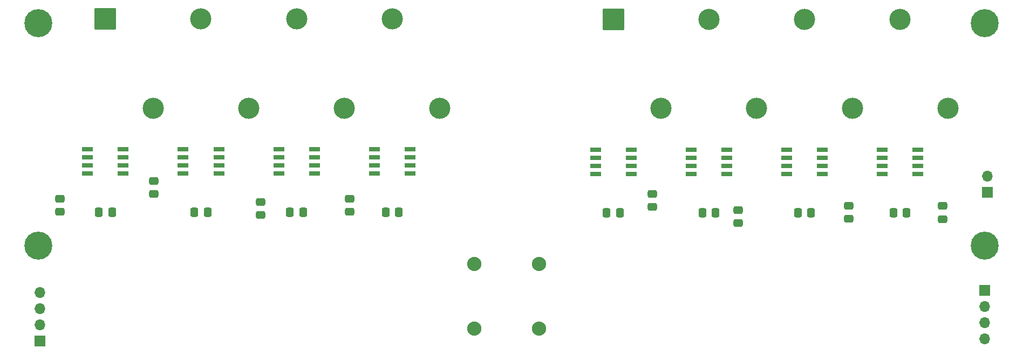
<source format=gbr>
%TF.GenerationSoftware,KiCad,Pcbnew,8.0.3*%
%TF.CreationDate,2024-11-15T02:32:19-08:00*%
%TF.ProjectId,Power_Distribution,506f7765-725f-4446-9973-747269627574,rev?*%
%TF.SameCoordinates,Original*%
%TF.FileFunction,Soldermask,Top*%
%TF.FilePolarity,Negative*%
%FSLAX46Y46*%
G04 Gerber Fmt 4.6, Leading zero omitted, Abs format (unit mm)*
G04 Created by KiCad (PCBNEW 8.0.3) date 2024-11-15 02:32:19*
%MOMM*%
%LPD*%
G01*
G04 APERTURE LIST*
G04 Aperture macros list*
%AMRoundRect*
0 Rectangle with rounded corners*
0 $1 Rounding radius*
0 $2 $3 $4 $5 $6 $7 $8 $9 X,Y pos of 4 corners*
0 Add a 4 corners polygon primitive as box body*
4,1,4,$2,$3,$4,$5,$6,$7,$8,$9,$2,$3,0*
0 Add four circle primitives for the rounded corners*
1,1,$1+$1,$2,$3*
1,1,$1+$1,$4,$5*
1,1,$1+$1,$6,$7*
1,1,$1+$1,$8,$9*
0 Add four rect primitives between the rounded corners*
20,1,$1+$1,$2,$3,$4,$5,0*
20,1,$1+$1,$4,$5,$6,$7,0*
20,1,$1+$1,$6,$7,$8,$9,0*
20,1,$1+$1,$8,$9,$2,$3,0*%
G04 Aperture macros list end*
%ADD10RoundRect,0.250000X-0.475000X0.337500X-0.475000X-0.337500X0.475000X-0.337500X0.475000X0.337500X0*%
%ADD11R,1.750000X0.650000*%
%ADD12RoundRect,0.250000X-0.337500X-0.475000X0.337500X-0.475000X0.337500X0.475000X-0.337500X0.475000X0*%
%ADD13RoundRect,0.102000X-1.558000X-1.558000X1.558000X-1.558000X1.558000X1.558000X-1.558000X1.558000X0*%
%ADD14C,3.320000*%
%ADD15R,1.700000X1.700000*%
%ADD16O,1.700000X1.700000*%
%ADD17C,2.600000*%
%ADD18C,2.235200*%
%ADD19C,4.400000*%
G04 APERTURE END LIST*
D10*
%TO.C,C_byp2*%
X277215600Y-122486600D03*
X277215600Y-124561600D03*
%TD*%
D11*
%TO.C,IC2*%
X178362000Y-117465500D03*
X178362000Y-116195500D03*
X178362000Y-114925500D03*
X178362000Y-113655500D03*
X172762000Y-113655500D03*
X172762000Y-114925500D03*
X172762000Y-116195500D03*
X172762000Y-117465500D03*
%TD*%
D10*
%TO.C,C_byp6*%
X168148000Y-118618000D03*
X168148000Y-120693000D03*
%TD*%
D12*
%TO.C,C_filter1*%
X159524500Y-123560500D03*
X161599500Y-123560500D03*
%TD*%
D11*
%TO.C,IC4*%
X208362000Y-117465500D03*
X208362000Y-116195500D03*
X208362000Y-114925500D03*
X208362000Y-113655500D03*
X202762000Y-113655500D03*
X202762000Y-114925500D03*
X202762000Y-116195500D03*
X202762000Y-117465500D03*
%TD*%
D13*
%TO.C,J2*%
X240270000Y-93218000D03*
D14*
X247770000Y-107218000D03*
X255270000Y-93218000D03*
X262770000Y-107218000D03*
X270270000Y-93218000D03*
X277770000Y-107218000D03*
X285270000Y-93218000D03*
X292770000Y-107218000D03*
%TD*%
D10*
%TO.C,C_byp8*%
X198882000Y-121390500D03*
X198882000Y-123465500D03*
%TD*%
D12*
%TO.C,C_filter8*%
X284232500Y-123618000D03*
X286307500Y-123618000D03*
%TD*%
%TO.C,C_filter7*%
X269232500Y-123618000D03*
X271307500Y-123618000D03*
%TD*%
D11*
%TO.C,IC7*%
X273070000Y-117523000D03*
X273070000Y-116253000D03*
X273070000Y-114983000D03*
X273070000Y-113713000D03*
X267470000Y-113713000D03*
X267470000Y-114983000D03*
X267470000Y-116253000D03*
X267470000Y-117523000D03*
%TD*%
D15*
%TO.C,J3*%
X150275000Y-143800000D03*
D16*
X150275000Y-141260000D03*
X150275000Y-138720000D03*
X150275000Y-136180000D03*
%TD*%
D12*
%TO.C,C_filter4*%
X204524500Y-123560500D03*
X206599500Y-123560500D03*
%TD*%
D10*
%TO.C,C_byp3*%
X259842000Y-123168500D03*
X259842000Y-125243500D03*
%TD*%
D13*
%TO.C,J1*%
X160562000Y-93160500D03*
D14*
X168062000Y-107160500D03*
X175562000Y-93160500D03*
X183062000Y-107160500D03*
X190562000Y-93160500D03*
X198062000Y-107160500D03*
X205562000Y-93160500D03*
X213062000Y-107160500D03*
%TD*%
D12*
%TO.C,C_filter3*%
X189524500Y-123560500D03*
X191599500Y-123560500D03*
%TD*%
D11*
%TO.C,IC3*%
X193362000Y-117465500D03*
X193362000Y-116195500D03*
X193362000Y-114925500D03*
X193362000Y-113655500D03*
X187762000Y-113655500D03*
X187762000Y-114925500D03*
X187762000Y-116195500D03*
X187762000Y-117465500D03*
%TD*%
D15*
%TO.C,J5*%
X298550000Y-135825000D03*
D16*
X298550000Y-138365000D03*
X298550000Y-140905000D03*
X298550000Y-143445000D03*
%TD*%
D11*
%TO.C,IC8*%
X288070000Y-117523000D03*
X288070000Y-116253000D03*
X288070000Y-114983000D03*
X288070000Y-113713000D03*
X282470000Y-113713000D03*
X282470000Y-114983000D03*
X282470000Y-116253000D03*
X282470000Y-117523000D03*
%TD*%
%TO.C,IC5*%
X243070000Y-117523000D03*
X243070000Y-116253000D03*
X243070000Y-114983000D03*
X243070000Y-113713000D03*
X237470000Y-113713000D03*
X237470000Y-114983000D03*
X237470000Y-116253000D03*
X237470000Y-117523000D03*
%TD*%
D17*
%TO.C,*%
X150050000Y-128825000D03*
%TD*%
D12*
%TO.C,C_filter2*%
X174524500Y-123560500D03*
X176599500Y-123560500D03*
%TD*%
D10*
%TO.C,C_byp7*%
X184912000Y-121898500D03*
X184912000Y-123973500D03*
%TD*%
D18*
%TO.C,J4*%
X218440000Y-131690000D03*
X218440000Y-141850000D03*
X228600000Y-131690000D03*
X228600000Y-141850000D03*
%TD*%
D17*
%TO.C,REF\u002A\u002A*%
X298550000Y-128825000D03*
D19*
X298550000Y-128825000D03*
%TD*%
D10*
%TO.C,C_byp4*%
X246380000Y-120628500D03*
X246380000Y-122703500D03*
%TD*%
D12*
%TO.C,C_filter6*%
X254232500Y-123618000D03*
X256307500Y-123618000D03*
%TD*%
%TO.C,C_filter5*%
X239232500Y-123618000D03*
X241307500Y-123618000D03*
%TD*%
D15*
%TO.C,REF\u002A\u002A*%
X298933000Y-120376000D03*
D16*
X298933000Y-117836000D03*
%TD*%
D17*
%TO.C,REF\u002A\u002A*%
X150050000Y-128825000D03*
D19*
X150050000Y-128825000D03*
%TD*%
D10*
%TO.C,C_byp1*%
X291947600Y-122558900D03*
X291947600Y-124633900D03*
%TD*%
D17*
%TO.C,REF\u002A\u002A*%
X298550000Y-93825000D03*
D19*
X298550000Y-93825000D03*
%TD*%
D11*
%TO.C,IC6*%
X258070000Y-117523000D03*
X258070000Y-116253000D03*
X258070000Y-114983000D03*
X258070000Y-113713000D03*
X252470000Y-113713000D03*
X252470000Y-114983000D03*
X252470000Y-116253000D03*
X252470000Y-117523000D03*
%TD*%
D17*
%TO.C,REF\u002A\u002A*%
X150050000Y-93825000D03*
D19*
X150050000Y-93825000D03*
%TD*%
D10*
%TO.C,C_byp5*%
X153416000Y-121390500D03*
X153416000Y-123465500D03*
%TD*%
D11*
%TO.C,IC1*%
X163362000Y-117465500D03*
X163362000Y-116195500D03*
X163362000Y-114925500D03*
X163362000Y-113655500D03*
X157762000Y-113655500D03*
X157762000Y-114925500D03*
X157762000Y-116195500D03*
X157762000Y-117465500D03*
%TD*%
M02*

</source>
